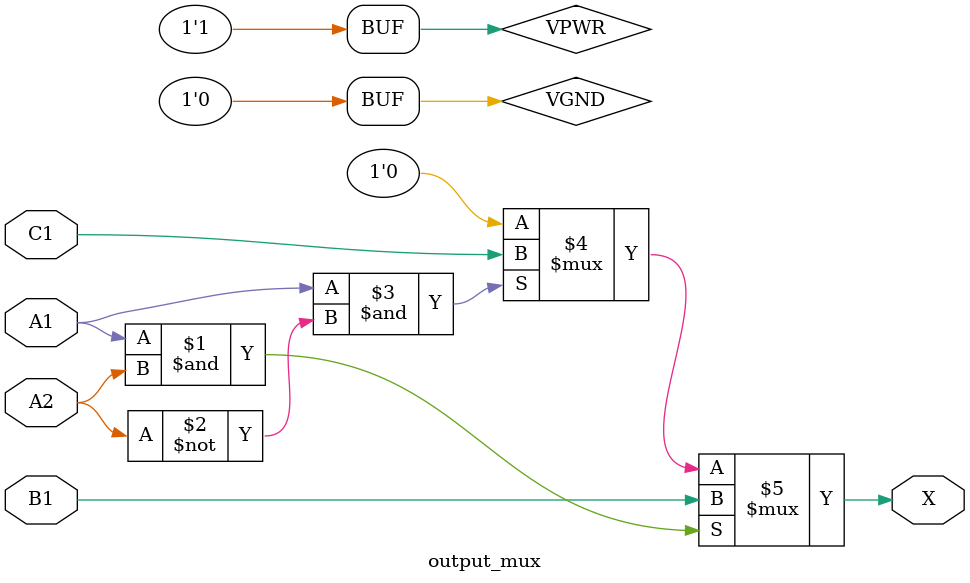
<source format=v>
module output_mux (
    X ,
    A1,
    A2,
    B1,
    C1
);

    output X ;
    input  A1;
    input  A2;
    input  B1;
    input  C1;

    // Voltage supply signals
    supply1 VPWR;
    supply0 VGND;

    assign X = ((A1 & A2) ? B1 : ((A1 & ~A2) ? C1 : 1'b0));

endmodule
</source>
